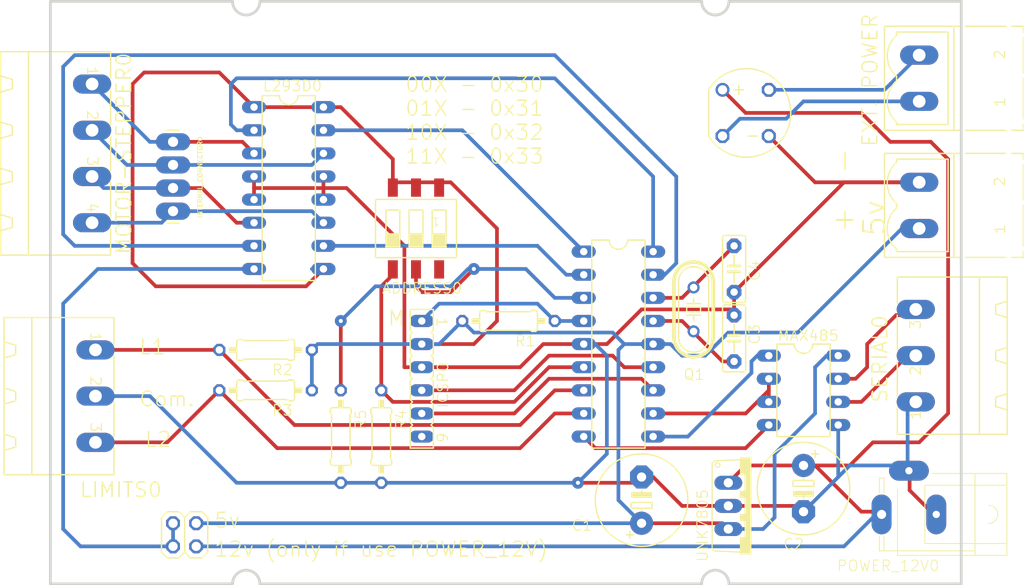
<source format=kicad_pcb>
(kicad_pcb (version 20241229) (generator "pcbnew") (generator_version "9.0")
  (layers (0 "F.Cu" signal) (4 "In1.Cu" signal) (6 "In2.Cu" signal) (8 "In3.Cu" signal) (10 "In4.Cu" signal) (12 "In5.Cu" signal) (14 "In6.Cu" signal) (16 "In7.Cu" signal) (18 "In8.Cu" signal) (20 "In9.Cu" signal) (22 "In10.Cu" signal) (24 "In11.Cu" signal) (26 "In12.Cu" signal) (28 "In13.Cu" signal) (30 "In14.Cu" signal) (2 "B.Cu" signal) (13 "F.Paste" user) (15 "B.Paste" user) (5 "F.SilkS" user "F.Silkscreen") (7 "B.SilkS" user "B.Silkscreen") (1 "F.Mask" user) (3 "B.Mask" user) (25 "Edge.Cuts" user))
  (net 0 "")
  (net 1 "S$219")
  (net 2 "S$5")
  (net 3 "S$6")
  (net 4 "S$11")
  (net 5 "S$2")
  (net 6 "S$4")
  (net 7 "S$7")
  (net 8 "S$8")
  (net 9 "S$9")
  (net 10 "S$10")
  (net 11 "S$14")
  (net 12 "S$16")
  (net 13 "S$17")
  (net 14 "S$23")
  (net 15 "S$1")
  (net 16 "S$25")
  (net 17 "S$12")
  (net 18 "S$18")
  (net 19 "S$20")
  (net 20 "S$24")
  (net 21 "S$26")
  (net 22 "S$28")
  (net 23 "S$29")
  (net 24 "S$30")
  (net 25 "S$13")
  (net 26 "S$15")
  (net 27 "S$21")
  (net 28 "S$22")
  (net 29 "S$27")
  (net 30 "S$31")
  (net 31 "S$32")
  (footprint "001:DIL16_80" (layer "F.Cu") (at 124.669825 93.515375 -90)
    (property "Reference" "L293D0" (at -10.541 2.921 0) (layer "F.SilkS") (effects (font (size 1.1557 1.1557) (thickness 0.1143)) (justify left bottom)))
    (property "Value" "")
    (pad "1" thru_hole oval (at -8.89 3.81) (size 2.6416 1.3208) (drill 0.8128) (layers "*.Cu" "*.Mask") (net 27 "S$21"))
    (pad "2" thru_hole oval (at -6.35 3.81) (size 2.6416 1.3208) (drill 0.8128) (layers "*.Cu" "*.Mask") (net 17 "S$12"))
    (pad "3" thru_hole oval (at -3.81 3.81) (size 2.6416 1.3208) (drill 0.8128) (layers "*.Cu" "*.Mask") (net 20 "S$24"))
    (pad "4" thru_hole oval (at -1.27 3.81) (size 2.6416 1.3208) (drill 0.8128) (layers "*.Cu" "*.Mask") (net 26 "S$15"))
    (pad "5" thru_hole oval (at 1.27 3.81) (size 2.6416 1.3208) (drill 0.8128) (layers "*.Cu" "*.Mask") (net 26 "S$15"))
    (pad "6" thru_hole oval (at 3.81 3.81) (size 2.6416 1.3208) (drill 0.8128) (layers "*.Cu" "*.Mask") (net 28 "S$22"))
    (pad "7" thru_hole oval (at 6.35 3.81) (size 2.6416 1.3208) (drill 0.8128) (layers "*.Cu" "*.Mask") (net 16 "S$25"))
    (pad "8" thru_hole oval (at 8.89 3.81) (size 2.6416 1.3208) (drill 0.8128) (layers "*.Cu" "*.Mask") (net 15 "S$1"))
    (pad "9" thru_hole oval (at 8.89 -3.81) (size 2.6416 1.3208) (drill 0.8128) (layers "*.Cu" "*.Mask") (net 27 "S$21"))
    (pad "10" thru_hole oval (at 6.35 -3.81) (size 2.6416 1.3208) (drill 0.8128) (layers "*.Cu" "*.Mask") (net 19 "S$20"))
    (pad "11" thru_hole oval (at 3.81 -3.81) (size 2.6416 1.3208) (drill 0.8128) (layers "*.Cu" "*.Mask") (net 22 "S$28"))
    (pad "12" thru_hole oval (at 1.27 -3.81) (size 2.6416 1.3208) (drill 0.8128) (layers "*.Cu" "*.Mask") (net 26 "S$15"))
    (pad "13" thru_hole oval (at -1.27 -3.81) (size 2.6416 1.3208) (drill 0.8128) (layers "*.Cu" "*.Mask") (net 26 "S$15"))
    (pad "14" thru_hole oval (at -3.81 -3.81) (size 2.6416 1.3208) (drill 0.8128) (layers "*.Cu" "*.Mask") (net 21 "S$26"))
    (pad "15" thru_hole oval (at -6.35 -3.81) (size 2.6416 1.3208) (drill 0.8128) (layers "*.Cu" "*.Mask"))
    (pad "16" thru_hole oval (at -8.89 -3.81) (size 2.6416 1.3208) (drill 0.8128) (layers "*.Cu" "*.Mask") (net 27 "S$21"))
  )
  (footprint "001:0207_10" (layer "F.Cu") (at 122.129825 115.740375 180)
    (property "Reference" "R3" (at -3.048 -1.524 0) (layer "F.SilkS") (effects (font (size 1.1557 1.1557) (thickness 0.1143)) (justify right top)))
    (property "Value" "10k")
    (pad "1" thru_hole roundrect (at -5.08 0 180) (size 1.3208 1.3208) (drill 0.8128) (layers "*.Cu" "*.Mask") (chamfer_ratio 0.2928932188) (chamfer top_left top_right bottom_left bottom_right) (net 27 "S$21"))
    (pad "2" thru_hole roundrect (at 5.08 0 180) (size 1.3208 1.3208) (drill 0.8128) (layers "*.Cu" "*.Mask") (chamfer_ratio 0.2928932188) (chamfer top_left top_right bottom_left bottom_right) (net 24 "S$30"))
  )
  (footprint "001:MSTBA4_176" (layer "F.Cu") (at 97.999825 89.705375 -90)
    (property "Reference" "MOTOR-STEPPER0" (at -11.176 -7.62 90) (layer "F.SilkS") (effects (font (size 1.61798 1.61798) (thickness 0.16002)) (justify right top)))
    (property "Value" "")
    (fp_text user "2" (at -4.826 -4.445 270) (layer "F.SilkS") (effects (font (size 1.143 1.143) (thickness 0.127)) (justify left bottom)))
    (fp_text user "4" (at 5.334 -4.445 270) (layer "F.SilkS") (effects (font (size 1.143 1.143) (thickness 0.127)) (justify left bottom)))
    (fp_text user "1" (at -9.652 -4.445 270) (layer "F.SilkS") (effects (font (size 1.143 1.143) (thickness 0.127)) (justify left bottom)))
    (fp_text user "3" (at 0.254 -4.445 270) (layer "F.SilkS") (effects (font (size 1.143 1.143) (thickness 0.127)) (justify left bottom)))
    (pad "1" thru_hole oval (at -7.62 -5.08) (size 4.191 2.0955) (drill 1.397) (layers "*.Cu" "*.Mask"))
    (pad "2" thru_hole oval (at -2.54 -5.08) (size 4.191 2.0955) (drill 1.397) (layers "*.Cu" "*.Mask") (net 21 "S$26"))
    (pad "3" thru_hole oval (at 2.54 -5.08) (size 4.191 2.0955) (drill 1.397) (layers "*.Cu" "*.Mask") (net 28 "S$22"))
    (pad "4" thru_hole oval (at 7.62 -5.08) (size 4.191 2.0955) (drill 1.397) (layers "*.Cu" "*.Mask") (net 22 "S$28"))
  )
  (footprint "001:2X02_325" (layer "F.Cu") (at 113.239825 131.615375)
    (property "Reference" "UNK12V_5V0" (hide yes))
    (property "Value" "")
    (pad "1" thru_hole roundrect (at -1.27 1.27) (size 1.524 1.524) (drill 1.016) (layers "*.Cu" "*.Mask") (chamfer_ratio 0.2928932188) (chamfer top_left top_right bottom_left bottom_right) (net 15 "S$1"))
    (pad "2" thru_hole roundrect (at -1.27 -1.27) (size 1.524 1.524) (drill 1.016) (layers "*.Cu" "*.Mask") (chamfer_ratio 0.2928932188) (chamfer top_left top_right bottom_left bottom_right) (net 15 "S$1"))
    (pad "3" thru_hole roundrect (at 1.27 1.27) (size 1.524 1.524) (drill 1.016) (layers "*.Cu" "*.Mask") (chamfer_ratio 0.2928932188) (chamfer top_left top_right bottom_left bottom_right) (net 14 "S$23"))
    (pad "4" thru_hole roundrect (at 1.27 -1.27) (size 1.524 1.524) (drill 1.016) (layers "*.Cu" "*.Mask") (chamfer_ratio 0.2928932188) (chamfer top_left top_right bottom_left bottom_right) (net 27 "S$21"))
  )
  (footprint "001:MSTBA3_176" (layer "F.Cu") (at 198.593321 111.930375 90)
    (property "Reference" "SERIAL0" (at -5.269129 -8.075871 90) (layer "F.SilkS") (effects (font (size 1.61798 1.61798) (thickness 0.16002)) (justify left bottom)))
    (property "Value" "")
    (fp_text user "3" (at 2.794 -4.445 90) (layer "F.SilkS") (effects (font (size 1.143 1.143) (thickness 0.127)) (justify left bottom)))
    (fp_text user "2" (at -2.286 -4.445 90) (layer "F.SilkS") (effects (font (size 1.143 1.143) (thickness 0.127)) (justify left bottom)))
    (fp_text user "1" (at -7.112 -4.445 90) (layer "F.SilkS") (effects (font (size 1.143 1.143) (thickness 0.127)) (justify left bottom)))
    (pad "1" thru_hole oval (at -5.08 -5.08 180) (size 4.191 2.0955) (drill 1.397) (layers "*.Cu" "*.Mask"))
    (pad "2" thru_hole oval (at 0 -5.08 180) (size 4.191 2.0955) (drill 1.397) (layers "*.Cu" "*.Mask"))
    (pad "3" thru_hole oval (at 5.08 -5.08 180) (size 4.191 2.0955) (drill 1.397) (layers "*.Cu" "*.Mask"))
  )
  (footprint "001:DIL08_80" (layer "F.Cu") (at 181.184825 115.740375 -90)
    (property "Reference" "MAX485" (at -5.334 2.921 0) (layer "F.SilkS") (effects (font (size 1.1557 1.1557) (thickness 0.1143)) (justify left bottom)))
    (property "Value" "")
    (pad "1" thru_hole oval (at -3.81 3.81) (size 2.6416 1.3208) (drill 0.8128) (layers "*.Cu" "*.Mask") (net 10 "S$10"))
    (pad "2" thru_hole oval (at -1.27 3.81) (size 2.6416 1.3208) (drill 0.8128) (layers "*.Cu" "*.Mask") (net 7 "S$7"))
    (pad "3" thru_hole oval (at 1.27 3.81) (size 2.6416 1.3208) (drill 0.8128) (layers "*.Cu" "*.Mask") (net 7 "S$7"))
    (pad "4" thru_hole oval (at 3.81 3.81) (size 2.6416 1.3208) (drill 0.8128) (layers "*.Cu" "*.Mask") (net 11 "S$14"))
    (pad "5" thru_hole oval (at 3.81 -3.81) (size 2.6416 1.3208) (drill 0.8128) (layers "*.Cu" "*.Mask") (net 9 "S$9"))
    (pad "6" thru_hole oval (at 1.27 -3.81) (size 2.6416 1.3208) (drill 0.8128) (layers "*.Cu" "*.Mask") (net 5 "S$2"))
    (pad "7" thru_hole oval (at -1.27 -3.81) (size 2.6416 1.3208) (drill 0.8128) (layers "*.Cu" "*.Mask"))
    (pad "8" thru_hole oval (at -3.81 -3.81) (size 2.6416 1.3208) (drill 0.8128) (layers "*.Cu" "*.Mask") (net 8 "S$8"))
  )
  (footprint "001:0207_10" (layer "F.Cu") (at 134.829825 120.820375 -90)
    (property "Reference" "R4" (at -3.048 -1.524 90) (layer "F.SilkS") (effects (font (size 1.1557 1.1557) (thickness 0.1143)) (justify right top)))
    (property "Value" "10k")
    (pad "1" thru_hole roundrect (at -5.08 0 270) (size 1.3208 1.3208) (drill 0.8128) (layers "*.Cu" "*.Mask") (chamfer_ratio 0.2928932188) (chamfer top_left top_right bottom_left bottom_right) (net 25 "S$13"))
    (pad "2" thru_hole roundrect (at 5.08 0 270) (size 1.3208 1.3208) (drill 0.8128) (layers "*.Cu" "*.Mask") (chamfer_ratio 0.2928932188) (chamfer top_left top_right bottom_left bottom_right))
  )
  (footprint "001:FE06" (layer "F.Cu") (at 139.274825 114.470375 -90)
    (property "Reference" "ICSP0" (at -1.905 -1.651 90) (layer "F.SilkS") (effects (font (size 1.1557 1.1557) (thickness 0.1143)) (justify right top)))
    (property "Value" "")
    (fp_text user "6" (at 5.842 -1.524 270) (layer "F.SilkS") (effects (font (size 1.143 1.143) (thickness 0.127)) (justify left bottom)))
    (fp_text user "1" (at -6.858 -1.524 270) (layer "F.SilkS") (effects (font (size 1.143 1.143) (thickness 0.127)) (justify left bottom)))
    (pad "1" thru_hole oval (at -6.35 0) (size 2.6416 1.3208) (drill 0.8128) (layers "*.Cu" "*.Mask") (net 4 "S$11"))
    (pad "2" thru_hole oval (at -3.81 0) (size 2.6416 1.3208) (drill 0.8128) (layers "*.Cu" "*.Mask") (net 27 "S$21"))
    (pad "3" thru_hole oval (at -1.27 0) (size 2.6416 1.3208) (drill 0.8128) (layers "*.Cu" "*.Mask") (net 26 "S$15"))
    (pad "4" thru_hole oval (at 1.27 0) (size 2.6416 1.3208) (drill 0.8128) (layers "*.Cu" "*.Mask"))
    (pad "5" thru_hole oval (at 3.81 0) (size 2.6416 1.3208) (drill 0.8128) (layers "*.Cu" "*.Mask") (net 13 "S$17"))
    (pad "6" thru_hole oval (at 6.35 0) (size 2.6416 1.3208) (drill 0.8128) (layers "*.Cu" "*.Mask"))
  )
  (footprint "001:E5-10,5" (layer "F.Cu") (at 181.184825 126.535375 -90)
    (property "Reference" "C2" (at 6.7818 2.286 0) (layer "F.SilkS") (effects (font (size 1.1557 1.1557) (thickness 0.1143)) (justify left bottom)))
    (property "Value" "")
    (pad "+" thru_hole circle (at -2.54 0 270) (size 2.54 2.54) (drill 1.016) (layers "*.Cu" "*.Mask"))
    (pad "-" thru_hole roundrect (at 2.54 0 270) (size 2.54 2.54) (drill 1.016) (layers "*.Cu" "*.Mask") (chamfer_ratio 0.2928932188) (chamfer top_left top_right bottom_left bottom_right) (net 9 "S$9"))
  )
  (footprint "001:DIL18" (layer "F.Cu") (at 160.864825 110.660375 -90)
    (property "Reference" "PIC18F1" (hide yes))
    (property "Value" "")
    (pad "1" thru_hole oval (at -10.16 3.81) (size 2.6416 1.3208) (drill 0.8128) (layers "*.Cu" "*.Mask") (net 18 "S$18"))
    (pad "2" thru_hole oval (at -7.62 3.81) (size 2.6416 1.3208) (drill 0.8128) (layers "*.Cu" "*.Mask") (net 19 "S$20"))
    (pad "3" thru_hole oval (at -5.08 3.81) (size 2.6416 1.3208) (drill 0.8128) (layers "*.Cu" "*.Mask") (net 26 "S$15"))
    (pad "4" thru_hole oval (at -2.54 3.81) (size 2.6416 1.3208) (drill 0.8128) (layers "*.Cu" "*.Mask") (net 4 "S$11"))
    (pad "5" thru_hole oval (at 0 3.81) (size 2.6416 1.3208) (drill 0.8128) (layers "*.Cu" "*.Mask") (net 26 "S$15"))
    (pad "6" thru_hole oval (at 2.54 3.81) (size 2.6416 1.3208) (drill 0.8128) (layers "*.Cu" "*.Mask") (net 25 "S$13"))
    (pad "7" thru_hole oval (at 5.08 3.81) (size 2.6416 1.3208) (drill 0.8128) (layers "*.Cu" "*.Mask") (net 23 "S$29"))
    (pad "8" thru_hole oval (at 7.62 3.81) (size 2.6416 1.3208) (drill 0.8128) (layers "*.Cu" "*.Mask") (net 24 "S$30"))
    (pad "9" thru_hole oval (at 10.16 3.81) (size 2.6416 1.3208) (drill 0.8128) (layers "*.Cu" "*.Mask") (net 11 "S$14"))
    (pad "10" thru_hole oval (at 10.16 -3.81) (size 2.6416 1.3208) (drill 0.8128) (layers "*.Cu" "*.Mask"))
    (pad "11" thru_hole oval (at 7.62 -3.81) (size 2.6416 1.3208) (drill 0.8128) (layers "*.Cu" "*.Mask") (net 7 "S$7"))
    (pad "12" thru_hole oval (at 5.08 -3.81) (size 2.6416 1.3208) (drill 0.8128) (layers "*.Cu" "*.Mask") (net 13 "S$17"))
    (pad "13" thru_hole oval (at 2.54 -3.81) (size 2.6416 1.3208) (drill 0.8128) (layers "*.Cu" "*.Mask") (net 12 "S$16"))
    (pad "14" thru_hole oval (at 0 -3.81) (size 2.6416 1.3208) (drill 0.8128) (layers "*.Cu" "*.Mask") (net 27 "S$21"))
    (pad "15" thru_hole oval (at -2.54 -3.81) (size 2.6416 1.3208) (drill 0.8128) (layers "*.Cu" "*.Mask") (net 2 "S$5"))
    (pad "16" thru_hole oval (at -5.08 -3.81) (size 2.6416 1.3208) (drill 0.8128) (layers "*.Cu" "*.Mask") (net 3 "S$6"))
    (pad "17" thru_hole oval (at -7.62 -3.81) (size 2.6416 1.3208) (drill 0.8128) (layers "*.Cu" "*.Mask") (net 16 "S$25"))
    (pad "18" thru_hole oval (at -10.16 -3.81) (size 2.6416 1.3208) (drill 0.8128) (layers "*.Cu" "*.Mask") (net 17 "S$12"))
  )
  (footprint "001:C5B2.5" (layer "F.Cu") (at 173.564825 110.025375 90)
    (property "Reference" "C3" (at -0.762 2.921 90) (layer "F.SilkS") (effects (font (size 1.1557 1.1557) (thickness 0.1143)) (justify left bottom)))
    (property "Value" "")
    (pad "1" thru_hole roundrect (at -2.54 0 90) (size 1.6002 1.6002) (drill 0.8128) (layers "*.Cu" "*.Mask") (chamfer_ratio 0.2928932188) (chamfer top_left top_right bottom_left bottom_right) (net 2 "S$5"))
    (pad "2" thru_hole roundrect (at 2.54 0 90) (size 1.6002 1.6002) (drill 0.8128) (layers "*.Cu" "*.Mask") (chamfer_ratio 0.2928932188) (chamfer top_left top_right bottom_left bottom_right) (net 26 "S$15"))
  )
  (footprint "001:RB1A_336" (layer "F.Cu") (at 174.834825 85.260375)
    (property "Reference" "E$3" (hide yes))
    (property "Value" "")
    (pad "+" thru_hole circle (at -2.54 -2.54) (size 1.524 1.524) (drill 1.016) (layers "*.Cu" "*.Mask") (net 31 "S$32"))
    (pad "-" thru_hole roundrect (at 2.54 2.54) (size 1.524 1.524) (drill 1.016) (layers "*.Cu" "*.Mask") (chamfer_ratio 0.2928932188) (chamfer top_left top_right bottom_left bottom_right) (net 26 "S$15"))
    (pad "AC1" thru_hole roundrect (at 2.54 -2.54) (size 1.524 1.524) (drill 1.016) (layers "*.Cu" "*.Mask") (chamfer_ratio 0.2928932188) (chamfer top_left top_right bottom_left bottom_right) (net 29 "S$27"))
    (pad "AC2" thru_hole roundrect (at -2.54 2.54) (size 1.524 1.524) (drill 1.016) (layers "*.Cu" "*.Mask") (chamfer_ratio 0.2928932188) (chamfer top_left top_right bottom_left bottom_right) (net 30 "S$31"))
  )
  (footprint "001:C5B2.5" (layer "F.Cu") (at 173.564825 102.405375 90)
    (property "Reference" "C4" (at -1.397 2.921 90) (layer "F.SilkS") (effects (font (size 1.1557 1.1557) (thickness 0.1143)) (justify left bottom)))
    (property "Value" "")
    (pad "1" thru_hole roundrect (at -2.54 0 90) (size 1.6002 1.6002) (drill 0.8128) (layers "*.Cu" "*.Mask") (chamfer_ratio 0.2928932188) (chamfer top_left top_right bottom_left bottom_right) (net 26 "S$15"))
    (pad "2" thru_hole roundrect (at 2.54 0 90) (size 1.6002 1.6002) (drill 0.8128) (layers "*.Cu" "*.Mask") (chamfer_ratio 0.2928932188) (chamfer top_left top_right bottom_left bottom_right) (net 3 "S$6"))
  )
  (footprint "001:TO220V" (layer "F.Cu") (at 175.469825 128.440375 -90)
    (property "Reference" "UNK7805" (at -1.905 6.0452 90) (layer "F.SilkS") (effects (font (size 1.1557 1.1557) (thickness 0.1143)) (justify right top)))
    (property "Value" "")
    (pad "1" thru_hole oval (at -2.54 2.54) (size 3.048 1.524) (drill 1.016) (layers "*.Cu" "*.Mask") (net 31 "S$32"))
    (pad "2" thru_hole oval (at 0 2.54) (size 3.048 1.524) (drill 1.016) (layers "*.Cu" "*.Mask"))
    (pad "3" thru_hole oval (at 2.54 2.54) (size 3.048 1.524) (drill 1.016) (layers "*.Cu" "*.Mask"))
  )
  (footprint "001:HC49_S" (layer "F.Cu") (at 169.119825 106.850375 90)
    (property "Reference" "Q1" (at -6.477 1.27 0) (layer "F.SilkS") (effects (font (size 1.1557 1.1557) (thickness 0.1143)) (justify right top)))
    (property "Value" "")
    (pad "1" thru_hole circle (at -2.413 0 90) (size 1.3208 1.3208) (drill 0.8128) (layers "*.Cu" "*.Mask"))
    (pad "2" thru_hole circle (at 2.413 0 90) (size 1.3208 1.3208) (drill 0.8128) (layers "*.Cu" "*.Mask"))
  )
  (footprint "001:1X04_LONGPADS_513" (layer "F.Cu") (at 111.969825 96.055375 90)
    (property "Reference" "INTERNAL_CONNECTOR0" (at 8.255 2.667 90) (layer "F.SilkS") (effects (font (size 0.512064 0.512064) (thickness 0.097536)) (justify right top)))
    (property "Value" "")
    (pad "1" thru_hole oval (at 0 0 180) (size 3.7592 1.8796) (drill 1.1176) (layers "*.Cu" "*.Mask") (net 22 "S$28"))
    (pad "2" thru_hole oval (at 2.54 0 180) (size 3.7592 1.8796) (drill 1.1176) (layers "*.Cu" "*.Mask") (net 28 "S$22"))
    (pad "3" thru_hole oval (at 5.08 0 180) (size 3.7592 1.8796) (drill 1.1176) (layers "*.Cu" "*.Mask") (net 21 "S$26"))
    (pad "4" thru_hole oval (at 7.62 0 180) (size 3.7592 1.8796) (drill 1.1176) (layers "*.Cu" "*.Mask") (net 20 "S$24"))
  )
  (footprint "001:E5-10,5" (layer "F.Cu") (at 163.404825 127.805375 90)
    (property "Reference" "C1" (at -2.1082 -5.334 0) (layer "F.SilkS") (effects (font (size 1.1557 1.1557) (thickness 0.1143)) (justify right top)))
    (property "Value" "")
    (pad "+" thru_hole circle (at -2.54 0 90) (size 2.54 2.54) (drill 1.016) (layers "*.Cu" "*.Mask") (net 27 "S$21"))
    (pad "-" thru_hole roundrect (at 2.54 0 90) (size 2.54 2.54) (drill 1.016) (layers "*.Cu" "*.Mask") (chamfer_ratio 0.2928932188) (chamfer top_left top_right bottom_left bottom_right) (net 26 "S$15"))
  )
  (footprint "001:0207_10" (layer "F.Cu") (at 130.384825 120.820375 -90)
    (property "Reference" "R5" (at -3.048 -1.524 90) (layer "F.SilkS") (effects (font (size 1.1557 1.1557) (thickness 0.1143)) (justify right top)))
    (property "Value" "10k")
    (pad "1" thru_hole roundrect (at -5.08 0 270) (size 1.3208 1.3208) (drill 0.8128) (layers "*.Cu" "*.Mask") (chamfer_ratio 0.2928932188) (chamfer top_left top_right bottom_left bottom_right) (net 26 "S$15"))
    (pad "2" thru_hole roundrect (at 5.08 0 270) (size 1.3208 1.3208) (drill 0.8128) (layers "*.Cu" "*.Mask") (chamfer_ratio 0.2928932188) (chamfer top_left top_right bottom_left bottom_right))
  )
  (footprint "001:SPC4077_154" (layer "F.Cu") (at 192.757871 129.374975 180)
    (property "Reference" "POWER_12V0" (at -3.405475 -4.962085 0) (layer "F.SilkS") (effects (font (size 1.176528 1.176528) (thickness 0.093472)) (justify right top)))
    (property "Value" "")
    (pad "1" thru_hole oval (at -3 0 270) (size 4.3688 2.1844) (drill 0.8) (layers "*.Cu" "*.Mask"))
    (pad "2" thru_hole oval (at 0 4.8 180) (size 4.3688 2.1844) (drill 0.8) (layers "*.Cu" "*.Mask"))
    (pad "3" thru_hole oval (at 3 0 270) (size 4.3688 2.1844) (drill 1) (layers "*.Cu" "*.Mask"))
  )
  (footprint "001:MSTBV2R_175" (layer "F.Cu") (at 193.884825 95.420375 90)
    (property "Reference" "E$2" (hide yes))
    (property "Value" "")
    (fp_text user "2" (at 1.9812 9.525 90) (layer "F.SilkS") (effects (font (size 1.143 1.143) (thickness 0.127)) (justify left bottom)))
    (fp_text user "1" (at -3.2512 9.525 90) (layer "F.SilkS") (effects (font (size 1.143 1.143) (thickness 0.127)) (justify left bottom)))
    (pad "1" thru_hole oval (at -2.54 0 180) (size 4.191 2.0955) (drill 1.397) (layers "*.Cu" "*.Mask") (net 27 "S$21"))
    (pad "2" thru_hole oval (at 2.54 0 180) (size 4.191 2.0955) (drill 1.397) (layers "*.Cu" "*.Mask") (net 26 "S$15"))
  )
  (footprint "001:MSTBA3_176" (layer "F.Cu") (at 98.371329 116.375375 -90)
    (property "Reference" "LIMITS0" (at 11.237625 -3.249367 0) (layer "F.SilkS") (effects (font (size 1.61798 1.61798) (thickness 0.16002)) (justify left bottom)))
    (property "Value" "")
    (fp_text user "2" (at -2.286 -4.445 270) (layer "F.SilkS") (effects (font (size 1.143 1.143) (thickness 0.127)) (justify left bottom)))
    (fp_text user "3" (at 2.794 -4.445 270) (layer "F.SilkS") (effects (font (size 1.143 1.143) (thickness 0.127)) (justify left bottom)))
    (fp_text user "1" (at -7.112 -4.445 270) (layer "F.SilkS") (effects (font (size 1.143 1.143) (thickness 0.127)) (justify left bottom)))
    (pad "1" thru_hole oval (at -5.08 -5.08) (size 4.191 2.0955) (drill 1.397) (layers "*.Cu" "*.Mask"))
    (pad "2" thru_hole oval (at 0 -5.08) (size 4.191 2.0955) (drill 1.397) (layers "*.Cu" "*.Mask"))
    (pad "3" thru_hole oval (at 5.08 -5.08) (size 4.191 2.0955) (drill 1.397) (layers "*.Cu" "*.Mask"))
  )
  (footprint "001:MSTBV2R_175" (layer "F.Cu") (at 193.884825 81.450375 90)
    (property "Reference" "E$1" (hide yes))
    (property "Value" "")
    (fp_text user "1" (at -3.2512 9.525 90) (layer "F.SilkS") (effects (font (size 1.143 1.143) (thickness 0.127)) (justify left bottom)))
    (fp_text user "2" (at 1.9812 9.525 90) (layer "F.SilkS") (effects (font (size 1.143 1.143) (thickness 0.127)) (justify left bottom)))
    (pad "1" thru_hole oval (at -2.54 0 180) (size 4.191 2.0955) (drill 1.397) (layers "*.Cu" "*.Mask") (net 30 "S$31"))
    (pad "2" thru_hole oval (at 2.54 0 180) (size 4.191 2.0955) (drill 1.397) (layers "*.Cu" "*.Mask") (net 29 "S$27"))
  )
  (footprint "001:0207_10" (layer "F.Cu") (at 122.129825 111.295375 180)
    (property "Reference" "R2" (at -3.048 -1.524 0) (layer "F.SilkS") (effects (font (size 1.1557 1.1557) (thickness 0.1143)) (justify right top)))
    (property "Value" "10k")
    (pad "1" thru_hole roundrect (at -5.08 0 180) (size 1.3208 1.3208) (drill 0.8128) (layers "*.Cu" "*.Mask") (chamfer_ratio 0.2928932188) (chamfer top_left top_right bottom_left bottom_right) (net 27 "S$21"))
    (pad "2" thru_hole roundrect (at 5.08 0 180) (size 1.3208 1.3208) (drill 0.8128) (layers "*.Cu" "*.Mask") (chamfer_ratio 0.2928932188) (chamfer top_left top_right bottom_left bottom_right) (net 23 "S$29"))
  )
  (footprint "001:SMS-003_362" (layer "F.Cu") (at 138.639825 97.960375 180)
    (property "Reference" "ADDRESS0" (at 3.81 -7.239 0) (layer "F.SilkS") (effects (font (size 1.1557 1.1557) (thickness 0.1143)) (justify left bottom)))
    (property "Value" "")
    (fp_text user "1" (at -2.667 1.27 180) (layer "F.SilkS") (effects (font (size 0.93472 0.93472) (thickness 0.08128)) (justify left bottom)))
    (pad "1" smd rect (at -2.54 4.4958 180) (size 1.0922 2.0066) (layers "F.Cu" "F.Mask" "F.Paste"))
    (pad "2" smd rect (at 0 4.4958 180) (size 1.0922 2.0066) (layers "F.Cu" "F.Mask" "F.Paste"))
    (pad "3" smd rect (at 2.54 4.4958 180) (size 1.0922 2.0066) (layers "F.Cu" "F.Mask" "F.Paste"))
    (pad "4" smd rect (at 2.54 -4.4958 180) (size 1.0922 2.0066) (layers "F.Cu" "F.Mask" "F.Paste"))
    (pad "5" smd rect (at 0 -4.4958 180) (size 1.0922 2.0066) (layers "F.Cu" "F.Mask" "F.Paste"))
    (pad "6" smd rect (at -2.54 -4.4958 180) (size 1.0922 2.0066) (layers "F.Cu" "F.Mask" "F.Paste"))
  )
  (footprint "001:0207_10" (layer "F.Cu") (at 148.799825 108.120375 180)
    (property "Reference" "R1" (at -3.048 -1.524 0) (layer "F.SilkS") (effects (font (size 1.1557 1.1557) (thickness 0.1143)) (justify right top)))
    (property "Value" "10k")
    (pad "1" thru_hole roundrect (at -5.08 0 180) (size 1.3208 1.3208) (drill 0.8128) (layers "*.Cu" "*.Mask") (chamfer_ratio 0.2928932188) (chamfer top_left top_right bottom_left bottom_right) (net 4 "S$11"))
    (pad "2" thru_hole roundrect (at 5.08 0 180) (size 1.3208 1.3208) (drill 0.8128) (layers "*.Cu" "*.Mask") (chamfer_ratio 0.2928932188) (chamfer top_left top_right bottom_left bottom_right) (net 27 "S$21"))
  )
  (gr_arc (start 118.5011 137.0036) (mid 120.0011 135.5036) (end 121.5011 137.0036) (stroke (width 0.3048)) (layer "Edge.Cuts"))
  (gr_line (start 198.5011 73.0036) (end 173.0011 73.0036) (stroke (width 0.3048)) (layer "Edge.Cuts"))
  (gr_line (start 118.5011 73.0036) (end 98.5011 73.0036) (stroke (width 0.3048)) (layer "Edge.Cuts"))
  (gr_arc (start 173.0011 73.0036) (mid 171.5011 74.5036) (end 170.0011 73.0036) (stroke (width 0.3048)) (layer "Edge.Cuts"))
  (gr_arc (start 170.0011 137.0036) (mid 171.5011 135.5036) (end 173.0011 137.0036) (stroke (width 0.3048)) (layer "Edge.Cuts"))
  (gr_arc (start 121.5011 73.0036) (mid 120.0011 74.5036) (end 118.5011 73.0036) (stroke (width 0.3048)) (layer "Edge.Cuts"))
  (gr_line (start 170.0011 73.0036) (end 121.5011 73.0036) (stroke (width 0.3048)) (layer "Edge.Cuts"))
  (gr_line (start 98.5011 73.0036) (end 98.5011 137.0036) (stroke (width 0.3048)) (layer "Edge.Cuts"))
  (gr_line (start 98.5011 137.0036) (end 118.5011 137.0036) (stroke (width 0.3048)) (layer "Edge.Cuts"))
  (gr_line (start 173.0011 137.0036) (end 198.5011 137.0036) (stroke (width 0.3048)) (layer "Edge.Cuts"))
  (gr_line (start 198.5011 137.0036) (end 198.5011 73.0036) (stroke (width 0.3048)) (layer "Edge.Cuts"))
  (gr_line (start 121.5011 137.0036) (end 170.0011 137.0036) (stroke (width 0.3048)) (layer "Edge.Cuts"))
  (gr_text "5v" (at 190.347113 98.933558 90) (layer "F.SilkS") (effects (font (size 2.3368 2.3368) (thickness 0.2032)) (justify left bottom)))
  (gr_text "5v" (at 116.414825 130.980375 0) (layer "F.SilkS") (effects (font (size 1.63576 1.63576) (thickness 0.14224)) (justify left bottom)))
  (gr_text "Com." (at 108.159825 117.645375 0) (layer "F.SilkS") (effects (font (size 1.63576 1.63576) (thickness 0.14224)) (justify left bottom)))
  (gr_text "L1" (at 108.159825 111.930375 0) (layer "F.SilkS") (effects (font (size 1.63576 1.63576) (thickness 0.14224)) (justify left bottom)))
  (gr_text "+  -" (at 186.899825 98.595375 90) (layer "F.SilkS") (effects (font (size 2.3368 2.3368) (thickness 0.2032)) (justify left bottom)))
  (gr_text "12v (only if use POWER_12V)" (at 116.414825 134.155375 0) (layer "F.SilkS") (effects (font (size 1.63576 1.63576) (thickness 0.14224)) (justify left bottom)))
  (gr_text "M" (at 135.464825 108.755375 0) (layer "F.SilkS") (effects (font (size 1.63576 1.63576) (thickness 0.14224)) (justify left bottom)))
  (gr_text "L2" (at 108.794825 122.090375 0) (layer "F.SilkS") (effects (font (size 1.63576 1.63576) (thickness 0.14224)) (justify left bottom)))
  (gr_text "00X - 0x30\n01X - 0x31\n10X - 0x32\n11X - 0x33" (at 137.369825 90.975375 0) (layer "F.SilkS") (effects (font (size 1.63576 1.63576) (thickness 0.14224)) (justify left bottom)))
  (gr_text "EXT. POWER" (at 189.439825 89.070375 90) (layer "F.SilkS") (effects (font (size 1.63576 1.63576) (thickness 0.14224)) (justify left bottom)))
  (segment (start 192.835506 126.728107) (end 195.562037 129.454638) (width 0.4064) (layer "F.Cu") (net 1))
  (segment (start 192.835506 124.81706) (end 192.835506 126.728107) (width 0.4064) (layer "F.Cu") (net 1))
  (segment (start 172.294825 112.565375) (end 173.564825 112.565375) (width 0.4064) (layer "F.Cu") (net 2))
  (segment (start 164.674825 108.120375) (end 167.849825 108.120375) (width 0.4064) (layer "F.Cu") (net 2))
  (segment (start 167.849825 108.120375) (end 172.294825 112.565375) (width 0.4064) (layer "F.Cu") (net 2))
  (segment (start 164.674825 105.580375) (end 167.849825 105.580375) (width 0.4064) (layer "F.Cu") (net 3))
  (segment (start 167.849825 105.580375) (end 173.564825 99.865375) (width 0.4064) (layer "F.Cu") (net 3))
  (segment (start 153.879825 108.120375) (end 151.974825 106.215375) (width 0.4064) (layer "B.Cu") (net 4))
  (segment (start 151.974825 106.215375) (end 141.179825 106.215375) (width 0.4064) (layer "B.Cu") (net 4))
  (segment (start 141.179825 106.215375) (end 139.274825 108.120375) (width 0.4064) (layer "B.Cu") (net 4))
  (segment (start 153.879825 108.120375) (end 157.054825 108.120375) (width 0.4064) (layer "B.Cu") (net 4))
  (segment (start 187.534825 117.010375) (end 184.994825 117.010375) (width 0.4064) (layer "F.Cu") (net 5))
  (segment (start 192.614825 111.930375) (end 187.534825 117.010375) (width 0.4064) (layer "F.Cu") (net 5))
  (segment (start 188.169825 110.660375) (end 188.169825 113.200375) (width 0.4064) (layer "F.Cu") (net 6))
  (segment (start 192.614825 107.485375) (end 191.344825 107.485375) (width 0.4064) (layer "F.Cu") (net 6))
  (segment (start 191.344825 107.485375) (end 188.169825 110.660375) (width 0.4064) (layer "F.Cu") (net 6))
  (segment (start 186.899825 114.470375) (end 185.629825 114.470375) (width 0.4064) (layer "F.Cu") (net 6))
  (segment (start 188.169825 113.200375) (end 186.899825 114.470375) (width 0.4064) (layer "F.Cu") (net 6))
  (segment (start 177.374825 115.740375) (end 177.374825 117.010375) (width 0.4064) (layer "F.Cu") (net 7))
  (segment (start 177.374825 114.470375) (end 177.374825 115.740375) (width 0.4064) (layer "F.Cu") (net 7))
  (segment (start 164.674825 118.280375) (end 174.834825 118.280375) (width 0.4064) (layer "F.Cu") (net 7))
  (segment (start 174.834825 118.280375) (end 177.374825 115.740375) (width 0.4064) (layer "F.Cu") (net 7))
  (segment (start 178.009825 122.725375) (end 178.009825 129.710375) (width 0.4064) (layer "B.Cu") (net 8))
  (segment (start 182.454825 113.200375) (end 182.454825 118.280375) (width 0.4064) (layer "B.Cu") (net 8))
  (segment (start 178.009825 129.710375) (end 176.739825 130.980375) (width 0.4064) (layer "B.Cu") (net 8))
  (segment (start 182.454825 118.280375) (end 178.009825 122.725375) (width 0.4064) (layer "B.Cu") (net 8))
  (segment (start 183.724825 111.930375) (end 182.454825 113.200375) (width 0.4064) (layer "B.Cu") (net 8))
  (segment (start 184.994825 111.930375) (end 183.724825 111.930375) (width 0.4064) (layer "B.Cu") (net 8))
  (segment (start 176.739825 130.980375) (end 172.294825 130.980375) (width 0.4064) (layer "B.Cu") (net 8))
  (segment (start 192.614825 117.010375) (end 192.614825 123.995375) (width 0.4064) (layer "B.Cu") (net 9))
  (segment (start 184.994825 119.550375) (end 184.994825 125.265375) (width 0.4064) (layer "B.Cu") (net 9))
  (segment (start 184.994825 125.265375) (end 181.184825 129.075375) (width 0.4064) (layer "B.Cu") (net 9))
  (segment (start 186.264825 123.995375) (end 184.994825 125.265375) (width 0.4064) (layer "B.Cu") (net 9))
  (segment (start 192.614825 123.995375) (end 186.264825 123.995375) (width 0.4064) (layer "B.Cu") (net 9))
  (segment (start 168.484825 120.820375) (end 175.469825 113.835375) (width 0.4064) (layer "B.Cu") (net 10))
  (segment (start 175.469825 112.565375) (end 175.469825 113.835375) (width 0.4064) (layer "B.Cu") (net 10))
  (segment (start 177.374825 111.930375) (end 176.104825 111.930375) (width 0.4064) (layer "B.Cu") (net 10))
  (segment (start 164.674825 120.820375) (end 168.484825 120.820375) (width 0.4064) (layer "B.Cu") (net 10))
  (segment (start 176.104825 111.930375) (end 175.469825 112.565375) (width 0.4064) (layer "B.Cu") (net 10))
  (segment (start 174.834825 122.090375) (end 177.374825 119.550375) (width 0.4064) (layer "F.Cu") (net 11))
  (segment (start 158.324825 122.090375) (end 174.834825 122.090375) (width 0.4064) (layer "F.Cu") (net 11))
  (segment (start 157.054825 120.820375) (end 158.324825 122.090375) (width 0.4064) (layer "F.Cu") (net 11))
  (segment (start 149.434825 115.740375) (end 139.274825 115.740375) (width 0.4064) (layer "F.Cu") (net 12))
  (segment (start 153.244825 111.930375) (end 149.434825 115.740375) (width 0.4064) (layer "F.Cu") (net 12))
  (segment (start 161.499825 113.200375) (end 160.229825 111.930375) (width 0.4064) (layer "F.Cu") (net 12))
  (segment (start 160.229825 111.930375) (end 153.244825 111.930375) (width 0.4064) (layer "F.Cu") (net 12))
  (segment (start 164.674825 113.200375) (end 161.499825 113.200375) (width 0.4064) (layer "F.Cu") (net 12))
  (segment (start 149.434825 118.280375) (end 153.244825 114.470375) (width 0.4064) (layer "F.Cu") (net 13))
  (segment (start 163.404825 114.470375) (end 164.674825 115.740375) (width 0.4064) (layer "F.Cu") (net 13))
  (segment (start 153.244825 114.470375) (end 163.404825 114.470375) (width 0.4064) (layer "F.Cu") (net 13))
  (segment (start 139.274825 118.280375) (end 149.434825 118.280375) (width 0.4064) (layer "F.Cu") (net 13))
  (segment (start 185.629825 132.885375) (end 189.439825 129.075375) (width 0.4064) (layer "B.Cu") (net 14))
  (segment (start 114.509825 132.885375) (end 185.629825 132.885375) (width 0.4064) (layer "B.Cu") (net 14))
  (segment (start 103.714825 102.405375) (end 99.904825 106.215375) (width 0.4064) (layer "B.Cu") (net 15))
  (segment (start 99.904825 106.215375) (end 99.904825 130.980375) (width 0.4064) (layer "B.Cu") (net 15))
  (segment (start 120.859825 102.405375) (end 103.714825 102.405375) (width 0.4064) (layer "B.Cu") (net 15))
  (segment (start 101.809825 132.885375) (end 111.969825 132.885375) (width 0.4064) (layer "B.Cu") (net 15))
  (segment (start 111.969825 132.885375) (end 111.969825 130.345375) (width 0.4064) (layer "B.Cu") (net 15))
  (segment (start 99.904825 130.980375) (end 101.809825 132.885375) (width 0.4064) (layer "B.Cu") (net 15))
  (segment (start 167.214825 101.770375) (end 165.944825 103.040375) (width 0.4064) (layer "B.Cu") (net 16))
  (segment (start 101.174825 99.865375) (end 99.904825 98.595375) (width 0.4064) (layer "B.Cu") (net 16))
  (segment (start 101.174825 78.910375) (end 153.879825 78.910375) (width 0.4064) (layer "B.Cu") (net 16))
  (segment (start 153.879825 78.910375) (end 167.214825 92.245375) (width 0.4064) (layer "B.Cu") (net 16))
  (segment (start 120.859825 99.865375) (end 101.174825 99.865375) (width 0.4064) (layer "B.Cu") (net 16))
  (segment (start 99.904825 98.595375) (end 99.904825 80.180375) (width 0.4064) (layer "B.Cu") (net 16))
  (segment (start 99.904825 80.180375) (end 101.174825 78.910375) (width 0.4064) (layer "B.Cu") (net 16))
  (segment (start 167.214825 101.770375) (end 167.214825 92.245375) (width 0.4064) (layer "B.Cu") (net 16))
  (segment (start 165.944825 103.040375) (end 164.674825 103.040375) (width 0.4064) (layer "B.Cu") (net 16))
  (segment (start 118.319825 86.530375) (end 118.319825 82.085375) (width 0.4064) (layer "B.Cu") (net 17))
  (segment (start 164.674825 100.500375) (end 164.674825 92.245375) (width 0.4064) (layer "B.Cu") (net 17))
  (segment (start 153.879825 81.450375) (end 153.244825 81.450375) (width 0.4064) (layer "B.Cu") (net 17))
  (segment (start 118.954825 87.165375) (end 118.319825 86.530375) (width 0.4064) (layer "B.Cu") (net 17))
  (segment (start 120.859825 87.165375) (end 118.954825 87.165375) (width 0.4064) (layer "B.Cu") (net 17))
  (segment (start 164.674825 92.245375) (end 153.879825 81.450375) (width 0.4064) (layer "B.Cu") (net 17))
  (segment (start 118.954825 81.450375) (end 153.244825 81.450375) (width 0.4064) (layer "B.Cu") (net 17))
  (segment (start 118.319825 82.085375) (end 118.954825 81.450375) (width 0.4064) (layer "B.Cu") (net 17))
  (segment (start 143.719825 87.165375) (end 157.054825 100.500375) (width 0.4064) (layer "B.Cu") (net 18))
  (segment (start 129.114825 87.165375) (end 143.719825 87.165375) (width 0.4064) (layer "B.Cu") (net 18))
  (segment (start 151.974825 99.865375) (end 155.149825 103.040375) (width 0.4064) (layer "B.Cu") (net 19))
  (segment (start 155.149825 103.040375) (end 157.054825 103.040375) (width 0.4064) (layer "B.Cu") (net 19))
  (segment (start 128.479825 99.865375) (end 151.974825 99.865375) (width 0.4064) (layer "B.Cu") (net 19))
  (segment (start 119.589825 88.435375) (end 120.859825 89.705375) (width 0.4064) (layer "F.Cu") (net 20))
  (segment (start 111.969825 88.435375) (end 119.589825 88.435375) (width 0.4064) (layer "F.Cu") (net 20))
  (segment (start 109.429825 88.435375) (end 103.079825 82.085375) (width 0.4064) (layer "B.Cu") (net 20))
  (segment (start 111.969825 88.435375) (end 109.429825 88.435375) (width 0.4064) (layer "B.Cu") (net 20))
  (segment (start 111.969825 90.975375) (end 127.209825 90.975375) (width 0.4064) (layer "B.Cu") (net 21))
  (segment (start 127.209825 90.975375) (end 128.479825 89.705375) (width 0.4064) (layer "B.Cu") (net 21))
  (segment (start 111.969825 90.975375) (end 106.889825 90.975375) (width 0.4064) (layer "B.Cu") (net 21))
  (segment (start 106.889825 90.975375) (end 103.079825 87.165375) (width 0.4064) (layer "B.Cu") (net 21))
  (segment (start 111.969825 96.055375) (end 127.209825 96.055375) (width 0.4064) (layer "B.Cu") (net 22))
  (segment (start 127.209825 96.055375) (end 128.479825 97.325375) (width 0.4064) (layer "B.Cu") (net 22))
  (segment (start 110.699825 97.325375) (end 103.079825 97.325375) (width 0.4064) (layer "B.Cu") (net 22))
  (segment (start 111.969825 96.055375) (end 110.699825 97.325375) (width 0.4064) (layer "B.Cu") (net 22))
  (segment (start 150.069825 119.550375) (end 153.879825 115.740375) (width 0.4064) (layer "F.Cu") (net 23))
  (segment (start 103.714825 111.295375) (end 117.049825 111.295375) (width 0.4064) (layer "F.Cu") (net 23))
  (segment (start 117.049825 111.295375) (end 125.304825 119.550375) (width 0.4064) (layer "F.Cu") (net 23))
  (segment (start 125.304825 119.550375) (end 150.069825 119.550375) (width 0.4064) (layer "F.Cu") (net 23))
  (segment (start 153.879825 115.740375) (end 157.054825 115.740375) (width 0.4064) (layer "F.Cu") (net 23))
  (segment (start 103.714825 121.455375) (end 111.334825 121.455375) (width 0.4064) (layer "F.Cu") (net 24))
  (segment (start 153.879825 118.280375) (end 157.054825 118.280375) (width 0.4064) (layer "F.Cu") (net 24))
  (segment (start 150.069825 122.090375) (end 153.879825 118.280375) (width 0.4064) (layer "F.Cu") (net 24))
  (segment (start 111.334825 121.455375) (end 117.049825 115.740375) (width 0.4064) (layer "F.Cu") (net 24))
  (segment (start 117.049825 115.740375) (end 123.399825 122.090375) (width 0.4064) (layer "F.Cu") (net 24))
  (segment (start 123.399825 122.090375) (end 150.069825 122.090375) (width 0.4064) (layer "F.Cu") (net 24))
  (segment (start 136.099825 117.010375) (end 134.829825 115.740375) (width 0.4064) (layer "F.Cu") (net 25))
  (segment (start 136.099825 103.040375) (end 134.829825 104.310375) (width 0.4064) (layer "F.Cu") (net 25))
  (segment (start 153.244825 113.200375) (end 149.434825 117.010375) (width 0.4064) (layer "F.Cu") (net 25))
  (segment (start 134.829825 104.310375) (end 134.829825 115.740375) (width 0.4064) (layer "F.Cu") (net 25))
  (segment (start 157.054825 113.200375) (end 153.244825 113.200375) (width 0.4064) (layer "F.Cu") (net 25))
  (segment (start 149.434825 117.010375) (end 136.099825 117.010375) (width 0.4064) (layer "F.Cu") (net 25))
  (segment (start 128.479825 93.515375) (end 131.019825 93.515375) (width 0.4064) (layer "F.Cu") (net 26))
  (segment (start 120.859825 93.515375) (end 120.859825 94.785375) (width 0.4064) (layer "F.Cu") (net 26))
  (segment (start 130.384825 108.120375) (end 130.384825 115.740375) (width 0.4064) (layer "F.Cu") (net 26))
  (segment (start 138.639825 104.310375) (end 139.274825 104.945375) (width 0.4064) (layer "F.Cu") (net 26))
  (segment (start 159.594825 110.660375) (end 163.404825 106.850375) (width 0.4064) (layer "F.Cu") (net 26))
  (segment (start 120.859825 92.245375) (end 120.859825 93.515375) (width 0.4064) (layer "F.Cu") (net 26))
  (segment (start 163.404825 125.265375) (end 164.674825 125.265375) (width 0.4064) (layer "F.Cu") (net 26))
  (segment (start 128.479825 93.515375) (end 128.479825 94.785375) (width 0.4064) (layer "F.Cu") (net 26))
  (segment (start 137.369825 99.865375) (end 137.369825 113.200375) (width 0.4064) (layer "F.Cu") (net 26))
  (segment (start 157.054825 110.660375) (end 152.609825 110.660375) (width 0.4064) (layer "F.Cu") (net 26))
  (segment (start 163.404825 125.265375) (end 162.769825 125.900375) (width 0.4064) (layer "F.Cu") (net 26))
  (segment (start 182.454825 92.880375) (end 177.374825 87.800375) (width 0.4064) (layer "F.Cu") (net 26))
  (segment (start 152.609825 110.660375) (end 150.069825 113.200375) (width 0.4064) (layer "F.Cu") (net 26))
  (segment (start 128.479825 93.515375) (end 120.859825 93.515375) (width 0.4064) (layer "F.Cu") (net 26))
  (segment (start 162.769825 125.900375) (end 156.419825 125.900375) (width 0.4064) (layer "F.Cu") (net 26))
  (segment (start 142.449825 104.945375) (end 144.989825 102.405375) (width 0.4064) (layer "F.Cu") (net 26))
  (segment (start 157.054825 110.660375) (end 159.594825 110.660375) (width 0.4064) (layer "F.Cu") (net 26))
  (segment (start 185.629825 92.880375) (end 193.884825 92.880375) (width 0.4064) (layer "F.Cu") (net 26))
  (segment (start 139.274825 104.945375) (end 142.449825 104.945375) (width 0.4064) (layer "F.Cu") (net 26))
  (segment (start 173.564825 106.850375) (end 173.564825 107.485375) (width 0.4064) (layer "F.Cu") (net 26))
  (segment (start 163.404825 106.850375) (end 173.564825 106.850375) (width 0.4064) (layer "F.Cu") (net 26))
  (segment (start 193.884825 92.880375) (end 182.454825 92.880375) (width 0.4064) (layer "F.Cu") (net 26))
  (segment (start 137.369825 113.200375) (end 139.274825 113.200375) (width 0.4064) (layer "F.Cu") (net 26))
  (segment (start 173.564825 104.945375) (end 185.629825 92.880375) (width 0.4064) (layer "F.Cu") (net 26))
  (segment (start 139.274825 113.200375) (end 150.069825 113.200375) (width 0.4064) (layer "F.Cu") (net 26))
  (segment (start 131.019825 93.515375) (end 137.369825 99.865375) (width 0.4064) (layer "F.Cu") (net 26))
  (segment (start 164.674825 125.265375) (end 167.849825 128.440375) (width 0.4064) (layer "F.Cu") (net 26))
  (segment (start 128.479825 92.245375) (end 128.479825 93.515375) (width 0.4064) (layer "F.Cu") (net 26))
  (segment (start 138.639825 102.405375) (end 138.639825 104.310375) (width 0.4064) (layer "F.Cu") (net 26))
  (segment (start 173.564825 104.945375) (end 173.564825 106.850375) (width 0.4064) (layer "F.Cu") (net 26))
  (segment (start 180.549825 128.440375) (end 167.849825 128.440375) (width 0.4064) (layer "F.Cu") (net 26))
  (via (at 144.989825 102.405375) (size 1.3) (drill 0.45) (layers "F.Cu" "B.Cu") (net 26))
  (via (at 130.384825 108.120375) (size 1.3) (drill 0.45) (layers "F.Cu" "B.Cu") (net 26))
  (via (at 156.419825 125.900375) (size 1.3) (drill 0.45) (layers "F.Cu" "B.Cu") (net 26))
  (segment (start 150.704825 102.405375) (end 153.879825 105.580375) (width 0.4064) (layer "B.Cu") (net 26))
  (segment (start 118.954825 125.900375) (end 109.429825 116.375375) (width 0.4064) (layer "B.Cu") (net 26))
  (segment (start 134.194825 104.310375) (end 130.384825 108.120375) (width 0.4064) (layer "B.Cu") (net 26))
  (segment (start 142.449825 104.310375) (end 134.194825 104.310375) (width 0.4064) (layer "B.Cu") (net 26))
  (segment (start 157.054825 110.660375) (end 158.324825 110.660375) (width 0.4064) (layer "B.Cu") (net 26))
  (segment (start 109.429825 116.375375) (end 103.714825 116.375375) (width 0.4064) (layer "B.Cu") (net 26))
  (segment (start 144.989825 102.405375) (end 144.354825 102.405375) (width 0.4064) (layer "B.Cu") (net 26))
  (segment (start 159.594825 122.725375) (end 156.419825 125.900375) (width 0.4064) (layer "B.Cu") (net 26))
  (segment (start 159.594825 111.930375) (end 159.594825 122.725375) (width 0.4064) (layer "B.Cu") (net 26))
  (segment (start 153.879825 105.580375) (end 157.054825 105.580375) (width 0.4064) (layer "B.Cu") (net 26))
  (segment (start 156.419825 125.900375) (end 118.954825 125.900375) (width 0.4064) (layer "B.Cu") (net 26))
  (segment (start 158.324825 110.660375) (end 159.594825 111.930375) (width 0.4064) (layer "B.Cu") (net 26))
  (segment (start 144.354825 102.405375) (end 142.449825 104.310375) (width 0.4064) (layer "B.Cu") (net 26))
  (segment (start 144.989825 102.405375) (end 150.704825 102.405375) (width 0.4064) (layer "B.Cu") (net 26))
  (segment (start 144.989825 110.660375) (end 139.274825 110.660375) (width 0.4064) (layer "F.Cu") (net 27))
  (segment (start 136.099825 92.880375) (end 142.449825 92.880375) (width 0.4064) (layer "F.Cu") (net 27))
  (segment (start 147.529825 108.120375) (end 144.989825 110.660375) (width 0.4064) (layer "F.Cu") (net 27))
  (segment (start 120.859825 84.625375) (end 128.479825 84.625375) (width 0.4064) (layer "F.Cu") (net 27))
  (segment (start 172.294825 130.345375) (end 163.404825 130.345375) (width 0.4064) (layer "F.Cu") (net 27))
  (segment (start 117.049825 80.815375) (end 108.794825 80.815375) (width 0.4064) (layer "F.Cu") (net 27))
  (segment (start 147.529825 97.960375) (end 147.529825 108.120375) (width 0.4064) (layer "F.Cu") (net 27))
  (segment (start 142.449825 92.880375) (end 147.529825 97.960375) (width 0.4064) (layer "F.Cu") (net 27))
  (segment (start 107.524825 82.085375) (end 107.524825 101.770375) (width 0.4064) (layer "F.Cu") (net 27))
  (segment (start 108.794825 80.815375) (end 107.524825 82.085375) (width 0.4064) (layer "F.Cu") (net 27))
  (segment (start 120.859825 84.625375) (end 117.049825 80.815375) (width 0.4064) (layer "F.Cu") (net 27))
  (segment (start 107.524825 101.770375) (end 110.064825 104.310375) (width 0.4064) (layer "F.Cu") (net 27))
  (segment (start 136.099825 90.340375) (end 136.099825 92.880375) (width 0.4064) (layer "F.Cu") (net 27))
  (segment (start 130.384825 84.625375) (end 136.099825 90.340375) (width 0.4064) (layer "F.Cu") (net 27))
  (segment (start 110.064825 104.310375) (end 126.574825 104.310375) (width 0.4064) (layer "F.Cu") (net 27))
  (segment (start 128.479825 84.625375) (end 130.384825 84.625375) (width 0.4064) (layer "F.Cu") (net 27))
  (segment (start 126.574825 104.310375) (end 128.479825 102.405375) (width 0.4064) (layer "F.Cu") (net 27))
  (segment (start 160.864825 111.295375) (end 161.499825 110.660375) (width 0.4064) (layer "B.Cu") (net 27))
  (segment (start 161.499825 110.660375) (end 164.674825 110.660375) (width 0.4064) (layer "B.Cu") (net 27))
  (segment (start 144.989825 109.390375) (end 160.229825 109.390375) (width 0.4064) (layer "B.Cu") (net 27))
  (segment (start 141.179825 110.660375) (end 143.719825 108.120375) (width 0.4064) (layer "B.Cu") (net 27))
  (segment (start 160.864825 127.805375) (end 160.864825 111.295375) (width 0.4064) (layer "B.Cu") (net 27))
  (segment (start 170.389825 111.930375) (end 172.929825 109.390375) (width 0.4064) (layer "B.Cu") (net 27))
  (segment (start 167.849825 111.930375) (end 170.389825 111.930375) (width 0.4064) (layer "B.Cu") (net 27))
  (segment (start 127.844825 110.660375) (end 127.209825 111.295375) (width 0.4064) (layer "B.Cu") (net 27))
  (segment (start 139.274825 110.660375) (end 141.179825 110.660375) (width 0.4064) (layer "B.Cu") (net 27))
  (segment (start 166.579825 110.660375) (end 167.849825 111.930375) (width 0.4064) (layer "B.Cu") (net 27))
  (segment (start 163.404825 130.345375) (end 114.509825 130.345375) (width 0.4064) (layer "B.Cu") (net 27))
  (segment (start 191.979825 97.960375) (end 193.884825 97.960375) (width 0.4064) (layer "B.Cu") (net 27))
  (segment (start 143.719825 108.120375) (end 144.989825 109.390375) (width 0.4064) (layer "B.Cu") (net 27))
  (segment (start 160.229825 109.390375) (end 161.499825 110.660375) (width 0.4064) (layer "B.Cu") (net 27))
  (segment (start 180.549825 109.390375) (end 191.979825 97.960375) (width 0.4064) (layer "B.Cu") (net 27))
  (segment (start 139.274825 110.660375) (end 127.844825 110.660375) (width 0.4064) (layer "B.Cu") (net 27))
  (segment (start 127.209825 102.405375) (end 128.479825 102.405375) (width 0.4064) (layer "B.Cu") (net 27))
  (segment (start 163.404825 130.345375) (end 160.864825 127.805375) (width 0.4064) (layer "B.Cu") (net 27))
  (segment (start 127.209825 111.295375) (end 127.209825 115.740375) (width 0.4064) (layer "B.Cu") (net 27))
  (segment (start 172.929825 109.390375) (end 180.549825 109.390375) (width 0.4064) (layer "B.Cu") (net 27))
  (segment (start 164.674825 110.660375) (end 166.579825 110.660375) (width 0.4064) (layer "B.Cu") (net 27))
  (segment (start 115.144825 93.515375) (end 111.969825 93.515375) (width 0.4064) (layer "F.Cu") (net 28))
  (segment (start 120.859825 97.325375) (end 118.954825 97.325375) (width 0.4064) (layer "F.Cu") (net 28))
  (segment (start 118.954825 97.325375) (end 115.144825 93.515375) (width 0.4064) (layer "F.Cu") (net 28))
  (segment (start 111.969825 93.515375) (end 104.349825 93.515375) (width 0.4064) (layer "B.Cu") (net 28))
  (segment (start 104.349825 93.515375) (end 103.079825 92.245375) (width 0.4064) (layer "B.Cu") (net 28))
  (segment (start 193.884825 78.910375) (end 190.074825 82.720375) (width 0.4064) (layer "B.Cu") (net 29))
  (segment (start 190.074825 82.720375) (end 177.374825 82.720375) (width 0.4064) (layer "B.Cu") (net 29))
  (segment (start 181.184825 83.990375) (end 179.279825 85.895375) (width 0.4064) (layer "B.Cu") (net 30))
  (segment (start 179.279825 85.895375) (end 174.199825 85.895375) (width 0.4064) (layer "B.Cu") (net 30))
  (segment (start 193.884825 83.990375) (end 181.184825 83.990375) (width 0.4064) (layer "B.Cu") (net 30))
  (segment (start 174.199825 85.895375) (end 172.294825 87.800375) (width 0.4064) (layer "B.Cu") (net 30))
  (segment (start 193.884825 121.455375) (end 188.804825 121.455375) (width 0.4064) (layer "F.Cu") (net 31))
  (segment (start 172.294825 82.720375) (end 174.834825 85.260375) (width 0.4064) (layer "F.Cu") (net 31))
  (segment (start 186.264825 123.995375) (end 182.454825 123.995375) (width 0.4064) (layer "F.Cu") (net 31))
  (segment (start 187.534825 85.260375) (end 190.709825 88.435375) (width 0.4064) (layer "F.Cu") (net 31))
  (segment (start 181.184825 123.995375) (end 174.834825 123.995375) (width 0.4064) (layer "F.Cu") (net 31))
  (segment (start 195.154825 88.435375) (end 197.059825 90.340375) (width 0.4064) (layer "F.Cu") (net 31))
  (segment (start 187.534825 129.075375) (end 189.439825 129.075375) (width 0.4064) (layer "F.Cu") (net 31))
  (segment (start 197.059825 90.340375) (end 197.059825 118.280375) (width 0.4064) (layer "F.Cu") (net 31))
  (segment (start 190.709825 88.435375) (end 195.154825 88.435375) (width 0.4064) (layer "F.Cu") (net 31))
  (segment (start 182.454825 123.995375) (end 181.184825 123.995375) (width 0.4064) (layer "F.Cu") (net 31))
  (segment (start 182.454825 123.995375) (end 187.534825 129.075375) (width 0.4064) (layer "F.Cu") (net 31))
  (segment (start 174.834825 123.995375) (end 172.929825 125.900375) (width 0.4064) (layer "F.Cu") (net 31))
  (segment (start 197.059825 118.280375) (end 193.884825 121.455375) (width 0.4064) (layer "F.Cu") (net 31))
  (segment (start 174.834825 85.260375) (end 187.534825 85.260375) (width 0.4064) (layer "F.Cu") (net 31))
  (segment (start 188.804825 121.455375) (end 186.264825 123.995375) (width 0.4064) (layer "F.Cu") (net 31))
)
</source>
